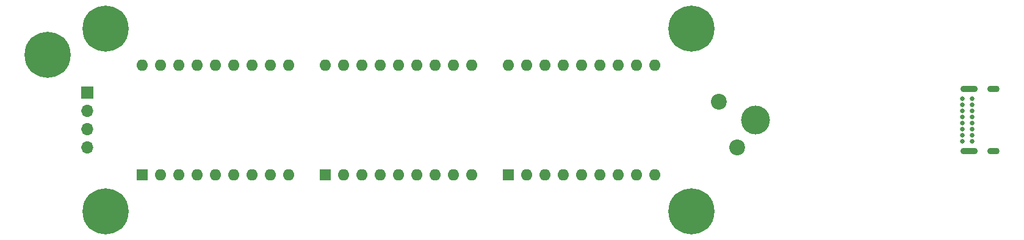
<source format=gbr>
%TF.GenerationSoftware,KiCad,Pcbnew,8.0.4*%
%TF.CreationDate,2024-09-01T22:21:07-05:00*%
%TF.ProjectId,caliper,63616c69-7065-4722-9e6b-696361645f70,rev?*%
%TF.SameCoordinates,Original*%
%TF.FileFunction,Soldermask,Top*%
%TF.FilePolarity,Negative*%
%FSLAX46Y46*%
G04 Gerber Fmt 4.6, Leading zero omitted, Abs format (unit mm)*
G04 Created by KiCad (PCBNEW 8.0.4) date 2024-09-01 22:21:07*
%MOMM*%
%LPD*%
G01*
G04 APERTURE LIST*
%ADD10C,0.800000*%
%ADD11C,6.400000*%
%ADD12R,1.700000X1.700000*%
%ADD13O,1.700000X1.700000*%
%ADD14O,1.700000X0.900000*%
%ADD15O,2.400000X0.900000*%
%ADD16C,0.650000*%
%ADD17R,1.600000X1.600000*%
%ADD18O,1.600000X1.600000*%
%ADD19C,4.000000*%
%ADD20C,2.200000*%
G04 APERTURE END LIST*
D10*
%TO.C,M5*%
X-71400000Y9000000D03*
X-70697056Y10697056D03*
X-70697056Y7302944D03*
X-69000000Y11400000D03*
D11*
X-69000000Y9000000D03*
D10*
X-69000000Y6600000D03*
X-67302944Y10697056D03*
X-67302944Y7302944D03*
X-66600000Y9000000D03*
%TD*%
%TO.C,M1*%
X-63360000Y12690000D03*
X-62657056Y14387056D03*
X-62657056Y10992944D03*
X-60960000Y15090000D03*
D11*
X-60960000Y12690000D03*
D10*
X-60960000Y10290000D03*
X-59262944Y14387056D03*
X-59262944Y10992944D03*
X-58560000Y12690000D03*
%TD*%
%TO.C,M3*%
X17920000Y12690000D03*
X18622944Y14387056D03*
X18622944Y10992944D03*
X20320000Y15090000D03*
D11*
X20320000Y12690000D03*
D10*
X20320000Y10290000D03*
X22017056Y14387056D03*
X22017056Y10992944D03*
X22720000Y12690000D03*
%TD*%
D12*
%TO.C,J2*%
X-63500000Y3800000D03*
D13*
X-63500000Y1260000D03*
X-63500000Y-1280000D03*
X-63500000Y-3820000D03*
%TD*%
D14*
%TO.C,J1*%
X62260000Y-4325000D03*
D15*
X58880000Y-4325000D03*
D14*
X62260000Y4325000D03*
D15*
X58880000Y4325000D03*
D16*
X57900000Y-2975000D03*
X57900000Y-2125000D03*
X57900000Y-1275000D03*
X57900000Y-425000D03*
X57900000Y425000D03*
X57900000Y1275000D03*
X57900000Y2125000D03*
X57900000Y2975000D03*
X59250000Y2975000D03*
X59250000Y2125000D03*
X59250000Y1275000D03*
X59250000Y425000D03*
X59250000Y-425000D03*
X59250000Y-1275000D03*
X59250000Y-2125000D03*
X59250000Y-2975000D03*
%TD*%
D17*
%TO.C,U4*%
X-5080000Y-7630000D03*
D18*
X-2540000Y-7630000D03*
X0Y-7630000D03*
X2540000Y-7630000D03*
X5080000Y-7630000D03*
X7620000Y-7630000D03*
X10160000Y-7630000D03*
X12700000Y-7630000D03*
X15240000Y-7630000D03*
X15240000Y7610000D03*
X12700000Y7610000D03*
X10160000Y7610000D03*
X7620000Y7610000D03*
X5080000Y7610000D03*
X2540000Y7610000D03*
X0Y7610000D03*
X-2540000Y7610000D03*
X-5080000Y7610000D03*
%TD*%
D17*
%TO.C,U3*%
X-30480000Y-7630000D03*
D18*
X-27940000Y-7630000D03*
X-25400000Y-7630000D03*
X-22860000Y-7630000D03*
X-20320000Y-7630000D03*
X-17780000Y-7630000D03*
X-15240000Y-7630000D03*
X-12700000Y-7630000D03*
X-10160000Y-7630000D03*
X-10160000Y7610000D03*
X-12700000Y7610000D03*
X-15240000Y7610000D03*
X-17780000Y7610000D03*
X-20320000Y7610000D03*
X-22860000Y7610000D03*
X-25400000Y7610000D03*
X-27940000Y7610000D03*
X-30480000Y7610000D03*
%TD*%
D10*
%TO.C,M4*%
X17920000Y-12710000D03*
X18622944Y-11012944D03*
X18622944Y-14407056D03*
X20320000Y-10310000D03*
D11*
X20320000Y-12710000D03*
D10*
X20320000Y-15110000D03*
X22017056Y-11012944D03*
X22017056Y-14407056D03*
X22720000Y-12710000D03*
%TD*%
D19*
%TO.C,SW3*%
X29210000Y-10000D03*
D20*
X24130000Y2530000D03*
X26670000Y-3820000D03*
%TD*%
D17*
%TO.C,U2*%
X-55880000Y-7630000D03*
D18*
X-53340000Y-7630000D03*
X-50800000Y-7630000D03*
X-48260000Y-7630000D03*
X-45720000Y-7630000D03*
X-43180000Y-7630000D03*
X-40640000Y-7630000D03*
X-38100000Y-7630000D03*
X-35560000Y-7630000D03*
X-35560000Y7610000D03*
X-38100000Y7610000D03*
X-40640000Y7610000D03*
X-43180000Y7610000D03*
X-45720000Y7610000D03*
X-48260000Y7610000D03*
X-50800000Y7610000D03*
X-53340000Y7610000D03*
X-55880000Y7610000D03*
%TD*%
D10*
%TO.C,M2*%
X-63360000Y-12710000D03*
X-62657056Y-11012944D03*
X-62657056Y-14407056D03*
X-60960000Y-10310000D03*
D11*
X-60960000Y-12710000D03*
D10*
X-60960000Y-15110000D03*
X-59262944Y-11012944D03*
X-59262944Y-14407056D03*
X-58560000Y-12710000D03*
%TD*%
M02*

</source>
